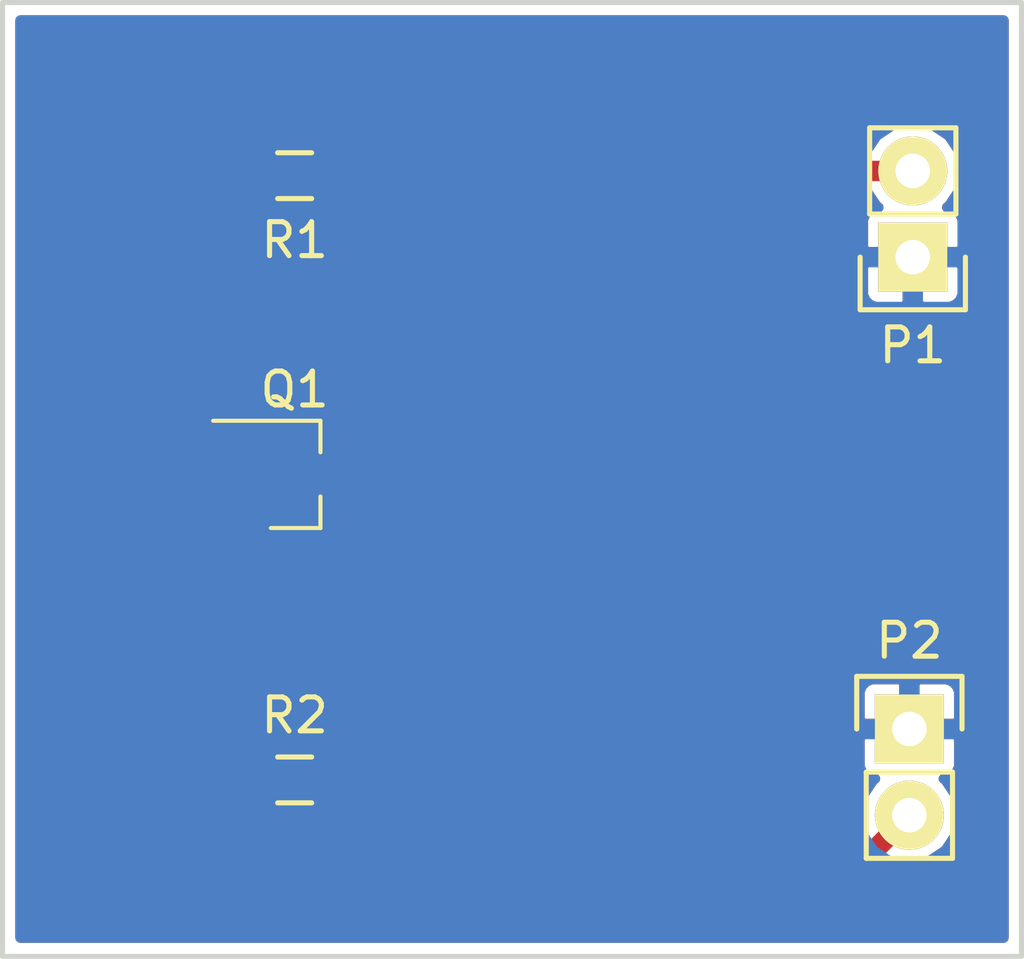
<source format=kicad_pcb>
(kicad_pcb (version 4) (host pcbnew 4.0.4-1.fc24-product)

  (general
    (links 7)
    (no_connects 2)
    (area 176.324999 68.124999 206.475001 96.375001)
    (thickness 1.6)
    (drawings 8)
    (tracks 11)
    (zones 0)
    (modules 5)
    (nets 5)
  )

  (page A4)
  (layers
    (0 F.Cu signal)
    (31 B.Cu signal)
    (32 B.Adhes user)
    (33 F.Adhes user)
    (34 B.Paste user)
    (35 F.Paste user)
    (36 B.SilkS user)
    (37 F.SilkS user)
    (38 B.Mask user)
    (39 F.Mask user)
    (40 Dwgs.User user)
    (41 Cmts.User user)
    (42 Eco1.User user)
    (43 Eco2.User user)
    (44 Edge.Cuts user)
    (45 Margin user)
    (46 B.CrtYd user)
    (47 F.CrtYd user)
    (48 B.Fab user)
    (49 F.Fab user)
  )

  (setup
    (last_trace_width 0.6)
    (trace_clearance 0.3)
    (zone_clearance 0.3)
    (zone_45_only no)
    (trace_min 0.2)
    (segment_width 0.2)
    (edge_width 0.15)
    (via_size 0.6)
    (via_drill 0.4)
    (via_min_size 0.4)
    (via_min_drill 0.3)
    (uvia_size 0.3)
    (uvia_drill 0.1)
    (uvias_allowed no)
    (uvia_min_size 0.2)
    (uvia_min_drill 0.1)
    (pcb_text_width 0.3)
    (pcb_text_size 1.5 1.5)
    (mod_edge_width 0.15)
    (mod_text_size 1 1)
    (mod_text_width 0.15)
    (pad_size 1.524 1.524)
    (pad_drill 0.762)
    (pad_to_mask_clearance 0.2)
    (aux_axis_origin 0 0)
    (visible_elements FFFFFF7F)
    (pcbplotparams
      (layerselection 0x00030_80000001)
      (usegerberextensions false)
      (excludeedgelayer true)
      (linewidth 0.100000)
      (plotframeref false)
      (viasonmask false)
      (mode 1)
      (useauxorigin false)
      (hpglpennumber 1)
      (hpglpenspeed 20)
      (hpglpendiameter 15)
      (hpglpenoverlay 2)
      (psnegative false)
      (psa4output false)
      (plotreference true)
      (plotvalue true)
      (plotinvisibletext false)
      (padsonsilk false)
      (subtractmaskfromsilk false)
      (outputformat 1)
      (mirror false)
      (drillshape 1)
      (scaleselection 1)
      (outputdirectory ""))
  )

  (net 0 "")
  (net 1 Earth)
  (net 2 VCC)
  (net 3 /Vo)
  (net 4 "Net-(Q1-Pad1)")

  (net_class Default "This is the default net class."
    (clearance 0.3)
    (trace_width 0.6)
    (via_dia 0.6)
    (via_drill 0.4)
    (uvia_dia 0.3)
    (uvia_drill 0.1)
    (add_net /Vo)
    (add_net Earth)
    (add_net "Net-(Q1-Pad1)")
    (add_net VCC)
  )

  (module Pin_Headers:Pin_Header_Straight_1x02 (layer F.Cu) (tedit 5A95F349) (tstamp 5A95F32C)
    (at 203.2 75.7 180)
    (descr "Through hole pin header")
    (tags "pin header")
    (path /5A95F323)
    (fp_text reference P1 (at 0 -2.6 180) (layer F.SilkS)
      (effects (font (size 1 1) (thickness 0.15)))
    )
    (fp_text value CONN_01X02 (at 0 -3.1 180) (layer F.Fab) hide
      (effects (font (size 1 1) (thickness 0.15)))
    )
    (fp_line (start 1.27 1.27) (end 1.27 3.81) (layer F.SilkS) (width 0.15))
    (fp_line (start 1.55 -1.55) (end 1.55 0) (layer F.SilkS) (width 0.15))
    (fp_line (start -1.75 -1.75) (end -1.75 4.3) (layer F.CrtYd) (width 0.05))
    (fp_line (start 1.75 -1.75) (end 1.75 4.3) (layer F.CrtYd) (width 0.05))
    (fp_line (start -1.75 -1.75) (end 1.75 -1.75) (layer F.CrtYd) (width 0.05))
    (fp_line (start -1.75 4.3) (end 1.75 4.3) (layer F.CrtYd) (width 0.05))
    (fp_line (start 1.27 1.27) (end -1.27 1.27) (layer F.SilkS) (width 0.15))
    (fp_line (start -1.55 0) (end -1.55 -1.55) (layer F.SilkS) (width 0.15))
    (fp_line (start -1.55 -1.55) (end 1.55 -1.55) (layer F.SilkS) (width 0.15))
    (fp_line (start -1.27 1.27) (end -1.27 3.81) (layer F.SilkS) (width 0.15))
    (fp_line (start -1.27 3.81) (end 1.27 3.81) (layer F.SilkS) (width 0.15))
    (pad 1 thru_hole rect (at 0 0 180) (size 2.032 2.032) (drill 1.016) (layers *.Cu *.Mask F.SilkS)
      (net 1 Earth))
    (pad 2 thru_hole oval (at 0 2.54 180) (size 2.032 2.032) (drill 1.016) (layers *.Cu *.Mask F.SilkS)
      (net 2 VCC))
    (model Pin_Headers.3dshapes/Pin_Header_Straight_1x02.wrl
      (at (xyz 0 -0.05 0))
      (scale (xyz 1 1 1))
      (rotate (xyz 0 0 90))
    )
  )

  (module Pin_Headers:Pin_Header_Straight_1x02 (layer F.Cu) (tedit 5A95F344) (tstamp 5A95F332)
    (at 203.1 89.6)
    (descr "Through hole pin header")
    (tags "pin header")
    (path /5A95F3EF)
    (fp_text reference P2 (at 0 -2.6) (layer F.SilkS)
      (effects (font (size 1 1) (thickness 0.15)))
    )
    (fp_text value CONN_01X02 (at 0 -3.1) (layer F.Fab) hide
      (effects (font (size 1 1) (thickness 0.15)))
    )
    (fp_line (start 1.27 1.27) (end 1.27 3.81) (layer F.SilkS) (width 0.15))
    (fp_line (start 1.55 -1.55) (end 1.55 0) (layer F.SilkS) (width 0.15))
    (fp_line (start -1.75 -1.75) (end -1.75 4.3) (layer F.CrtYd) (width 0.05))
    (fp_line (start 1.75 -1.75) (end 1.75 4.3) (layer F.CrtYd) (width 0.05))
    (fp_line (start -1.75 -1.75) (end 1.75 -1.75) (layer F.CrtYd) (width 0.05))
    (fp_line (start -1.75 4.3) (end 1.75 4.3) (layer F.CrtYd) (width 0.05))
    (fp_line (start 1.27 1.27) (end -1.27 1.27) (layer F.SilkS) (width 0.15))
    (fp_line (start -1.55 0) (end -1.55 -1.55) (layer F.SilkS) (width 0.15))
    (fp_line (start -1.55 -1.55) (end 1.55 -1.55) (layer F.SilkS) (width 0.15))
    (fp_line (start -1.27 1.27) (end -1.27 3.81) (layer F.SilkS) (width 0.15))
    (fp_line (start -1.27 3.81) (end 1.27 3.81) (layer F.SilkS) (width 0.15))
    (pad 1 thru_hole rect (at 0 0) (size 2.032 2.032) (drill 1.016) (layers *.Cu *.Mask F.SilkS)
      (net 1 Earth))
    (pad 2 thru_hole oval (at 0 2.54) (size 2.032 2.032) (drill 1.016) (layers *.Cu *.Mask F.SilkS)
      (net 3 /Vo))
    (model Pin_Headers.3dshapes/Pin_Header_Straight_1x02.wrl
      (at (xyz 0 -0.05 0))
      (scale (xyz 1 1 1))
      (rotate (xyz 0 0 90))
    )
  )

  (module TO_SOT_Packages_SMD:SOT-23_Handsoldering (layer F.Cu) (tedit 5A95F33A) (tstamp 5A95F339)
    (at 185 82.1)
    (descr "SOT-23, Handsoldering")
    (tags SOT-23)
    (path /5A95F1B1)
    (attr smd)
    (fp_text reference Q1 (at 0 -2.5) (layer F.SilkS)
      (effects (font (size 1 1) (thickness 0.15)))
    )
    (fp_text value Q_NJFET_DSG (at 0 2.5) (layer F.Fab) hide
      (effects (font (size 1 1) (thickness 0.15)))
    )
    (fp_text user %R (at 0 0 90) (layer F.Fab)
      (effects (font (size 0.5 0.5) (thickness 0.075)))
    )
    (fp_line (start 0.76 1.58) (end 0.76 0.65) (layer F.SilkS) (width 0.12))
    (fp_line (start 0.76 -1.58) (end 0.76 -0.65) (layer F.SilkS) (width 0.12))
    (fp_line (start -2.7 -1.75) (end 2.7 -1.75) (layer F.CrtYd) (width 0.05))
    (fp_line (start 2.7 -1.75) (end 2.7 1.75) (layer F.CrtYd) (width 0.05))
    (fp_line (start 2.7 1.75) (end -2.7 1.75) (layer F.CrtYd) (width 0.05))
    (fp_line (start -2.7 1.75) (end -2.7 -1.75) (layer F.CrtYd) (width 0.05))
    (fp_line (start 0.76 -1.58) (end -2.4 -1.58) (layer F.SilkS) (width 0.12))
    (fp_line (start -0.7 -0.95) (end -0.7 1.5) (layer F.Fab) (width 0.1))
    (fp_line (start -0.15 -1.52) (end 0.7 -1.52) (layer F.Fab) (width 0.1))
    (fp_line (start -0.7 -0.95) (end -0.15 -1.52) (layer F.Fab) (width 0.1))
    (fp_line (start 0.7 -1.52) (end 0.7 1.52) (layer F.Fab) (width 0.1))
    (fp_line (start -0.7 1.52) (end 0.7 1.52) (layer F.Fab) (width 0.1))
    (fp_line (start 0.76 1.58) (end -0.7 1.58) (layer F.SilkS) (width 0.12))
    (pad 1 smd rect (at -1.5 -0.95) (size 1.9 0.8) (layers F.Cu F.Paste F.Mask)
      (net 4 "Net-(Q1-Pad1)"))
    (pad 2 smd rect (at -1.5 0.95) (size 1.9 0.8) (layers F.Cu F.Paste F.Mask)
      (net 3 /Vo))
    (pad 3 smd rect (at 1.5 0) (size 1.9 0.8) (layers F.Cu F.Paste F.Mask)
      (net 1 Earth))
    (model ${KISYS3DMOD}/TO_SOT_Packages_SMD.3dshapes\SOT-23.wrl
      (at (xyz 0 0 0))
      (scale (xyz 1 1 1))
      (rotate (xyz 0 0 0))
    )
  )

  (module Resistors_SMD:R_0603_HandSoldering (layer F.Cu) (tedit 5418A00F) (tstamp 5A95F33F)
    (at 185 73.3 180)
    (descr "Resistor SMD 0603, hand soldering")
    (tags "resistor 0603")
    (path /5A95F261)
    (attr smd)
    (fp_text reference R1 (at 0 -1.9 180) (layer F.SilkS)
      (effects (font (size 1 1) (thickness 0.15)))
    )
    (fp_text value 100 (at 0 1.9 180) (layer F.Fab)
      (effects (font (size 1 1) (thickness 0.15)))
    )
    (fp_line (start -2 -0.8) (end 2 -0.8) (layer F.CrtYd) (width 0.05))
    (fp_line (start -2 0.8) (end 2 0.8) (layer F.CrtYd) (width 0.05))
    (fp_line (start -2 -0.8) (end -2 0.8) (layer F.CrtYd) (width 0.05))
    (fp_line (start 2 -0.8) (end 2 0.8) (layer F.CrtYd) (width 0.05))
    (fp_line (start 0.5 0.675) (end -0.5 0.675) (layer F.SilkS) (width 0.15))
    (fp_line (start -0.5 -0.675) (end 0.5 -0.675) (layer F.SilkS) (width 0.15))
    (pad 1 smd rect (at -1.1 0 180) (size 1.2 0.9) (layers F.Cu F.Paste F.Mask)
      (net 2 VCC))
    (pad 2 smd rect (at 1.1 0 180) (size 1.2 0.9) (layers F.Cu F.Paste F.Mask)
      (net 4 "Net-(Q1-Pad1)"))
    (model Resistors_SMD.3dshapes/R_0603_HandSoldering.wrl
      (at (xyz 0 0 0))
      (scale (xyz 1 1 1))
      (rotate (xyz 0 0 0))
    )
  )

  (module Resistors_SMD:R_0603_HandSoldering (layer F.Cu) (tedit 5418A00F) (tstamp 5A95F345)
    (at 185 91.1)
    (descr "Resistor SMD 0603, hand soldering")
    (tags "resistor 0603")
    (path /5A95F223)
    (attr smd)
    (fp_text reference R2 (at 0 -1.9) (layer F.SilkS)
      (effects (font (size 1 1) (thickness 0.15)))
    )
    (fp_text value 1MEG (at 0 1.9) (layer F.Fab)
      (effects (font (size 1 1) (thickness 0.15)))
    )
    (fp_line (start -2 -0.8) (end 2 -0.8) (layer F.CrtYd) (width 0.05))
    (fp_line (start -2 0.8) (end 2 0.8) (layer F.CrtYd) (width 0.05))
    (fp_line (start -2 -0.8) (end -2 0.8) (layer F.CrtYd) (width 0.05))
    (fp_line (start 2 -0.8) (end 2 0.8) (layer F.CrtYd) (width 0.05))
    (fp_line (start 0.5 0.675) (end -0.5 0.675) (layer F.SilkS) (width 0.15))
    (fp_line (start -0.5 -0.675) (end 0.5 -0.675) (layer F.SilkS) (width 0.15))
    (pad 1 smd rect (at -1.1 0) (size 1.2 0.9) (layers F.Cu F.Paste F.Mask)
      (net 3 /Vo))
    (pad 2 smd rect (at 1.1 0) (size 1.2 0.9) (layers F.Cu F.Paste F.Mask)
      (net 1 Earth))
    (model Resistors_SMD.3dshapes/R_0603_HandSoldering.wrl
      (at (xyz 0 0 0))
      (scale (xyz 1 1 1))
      (rotate (xyz 0 0 0))
    )
  )

  (gr_line (start 206.1 95.9) (end 206.1 68.5) (angle 90) (layer Margin) (width 0.2))
  (gr_line (start 176.7 95.9) (end 206.1 95.9) (angle 90) (layer Margin) (width 0.2))
  (gr_line (start 176.7 68.5) (end 176.7 95.9) (angle 90) (layer Margin) (width 0.2))
  (gr_line (start 206.1 68.5) (end 176.7 68.5) (angle 90) (layer Margin) (width 0.2))
  (gr_line (start 206.4 96.3) (end 206.4 68.2) (angle 90) (layer Edge.Cuts) (width 0.15))
  (gr_line (start 176.4 96.3) (end 206.4 96.3) (angle 90) (layer Edge.Cuts) (width 0.15))
  (gr_line (start 176.4 68.2) (end 176.4 96.3) (angle 90) (layer Edge.Cuts) (width 0.15))
  (gr_line (start 206.4 68.2) (end 176.4 68.2) (angle 90) (layer Edge.Cuts) (width 0.15))

  (segment (start 203.2 73.16) (end 186.24 73.16) (width 0.6) (layer F.Cu) (net 2))
  (segment (start 186.24 73.16) (end 186.1 73.3) (width 0.6) (layer F.Cu) (net 2))
  (segment (start 203.16 73.2) (end 203.2 73.16) (width 0.6) (layer F.Cu) (net 2))
  (segment (start 185 93.9) (end 183.9 92.8) (width 0.6) (layer F.Cu) (net 3))
  (segment (start 183.9 92.8) (end 183.9 91.1) (width 0.6) (layer F.Cu) (net 3))
  (segment (start 201.34 93.9) (end 185 93.9) (width 0.6) (layer F.Cu) (net 3))
  (segment (start 203.1 92.14) (end 201.34 93.9) (width 0.6) (layer F.Cu) (net 3))
  (segment (start 183.9 91.1) (end 183.9 83.45) (width 0.6) (layer F.Cu) (net 3))
  (segment (start 183.9 83.45) (end 183.5 83.05) (width 0.6) (layer F.Cu) (net 3))
  (segment (start 183.9 73.3) (end 183.9 80.75) (width 0.6) (layer F.Cu) (net 4))
  (segment (start 183.9 80.75) (end 183.5 81.15) (width 0.6) (layer F.Cu) (net 4))

  (zone (net 1) (net_name Earth) (layer F.Cu) (tstamp 5A95F3BA) (hatch edge 0.508)
    (connect_pads (clearance 0.3))
    (min_thickness 0.3)
    (fill yes (arc_segments 16) (thermal_gap 0.3) (thermal_bridge_width 0.6))
    (polygon
      (pts
        (xy 206.1 68.5) (xy 176.7 68.5) (xy 176.7 95.9) (xy 206.1 95.9)
      )
    )
    (filled_polygon
      (pts
        (xy 205.875 95.75) (xy 176.925 95.75) (xy 176.925 82.65) (xy 182.091184 82.65) (xy 182.091184 83.45)
        (xy 182.122562 83.61676) (xy 182.221117 83.769919) (xy 182.371495 83.872668) (xy 182.55 83.908816) (xy 183.15 83.908816)
        (xy 183.15 90.219408) (xy 183.13324 90.222562) (xy 182.980081 90.321117) (xy 182.877332 90.471495) (xy 182.841184 90.65)
        (xy 182.841184 91.55) (xy 182.872562 91.71676) (xy 182.971117 91.869919) (xy 183.121495 91.972668) (xy 183.15 91.97844)
        (xy 183.15 92.8) (xy 183.20709 93.087013) (xy 183.36967 93.33033) (xy 184.46967 94.43033) (xy 184.712987 94.59291)
        (xy 185 94.65) (xy 201.34 94.65) (xy 201.627013 94.59291) (xy 201.87033 94.43033) (xy 202.757145 93.543515)
        (xy 203.071279 93.606) (xy 203.128721 93.606) (xy 203.689735 93.494407) (xy 204.16534 93.176619) (xy 204.483128 92.701014)
        (xy 204.594721 92.14) (xy 204.483128 91.578986) (xy 204.16534 91.103381) (xy 204.109395 91.066) (xy 204.205511 91.066)
        (xy 204.370905 90.997491) (xy 204.497492 90.870904) (xy 204.566 90.70551) (xy 204.566 89.8625) (xy 204.4535 89.75)
        (xy 203.25 89.75) (xy 203.25 89.77) (xy 202.95 89.77) (xy 202.95 89.75) (xy 201.7465 89.75)
        (xy 201.634 89.8625) (xy 201.634 90.70551) (xy 201.702508 90.870904) (xy 201.829095 90.997491) (xy 201.994489 91.066)
        (xy 202.090605 91.066) (xy 202.03466 91.103381) (xy 201.716872 91.578986) (xy 201.605279 92.14) (xy 201.677295 92.502045)
        (xy 201.02934 93.15) (xy 185.31066 93.15) (xy 184.65 92.48934) (xy 184.65 91.980592) (xy 184.66676 91.977438)
        (xy 184.819919 91.878883) (xy 184.922668 91.728505) (xy 184.958816 91.55) (xy 184.958816 91.3625) (xy 185.05 91.3625)
        (xy 185.05 91.63951) (xy 185.118508 91.804904) (xy 185.245095 91.931491) (xy 185.410489 92) (xy 185.8375 92)
        (xy 185.95 91.8875) (xy 185.95 91.25) (xy 186.25 91.25) (xy 186.25 91.8875) (xy 186.3625 92)
        (xy 186.789511 92) (xy 186.954905 91.931491) (xy 187.081492 91.804904) (xy 187.15 91.63951) (xy 187.15 91.3625)
        (xy 187.0375 91.25) (xy 186.25 91.25) (xy 185.95 91.25) (xy 185.1625 91.25) (xy 185.05 91.3625)
        (xy 184.958816 91.3625) (xy 184.958816 90.65) (xy 184.941974 90.56049) (xy 185.05 90.56049) (xy 185.05 90.8375)
        (xy 185.1625 90.95) (xy 185.95 90.95) (xy 185.95 90.3125) (xy 186.25 90.3125) (xy 186.25 90.95)
        (xy 187.0375 90.95) (xy 187.15 90.8375) (xy 187.15 90.56049) (xy 187.081492 90.395096) (xy 186.954905 90.268509)
        (xy 186.789511 90.2) (xy 186.3625 90.2) (xy 186.25 90.3125) (xy 185.95 90.3125) (xy 185.8375 90.2)
        (xy 185.410489 90.2) (xy 185.245095 90.268509) (xy 185.118508 90.395096) (xy 185.05 90.56049) (xy 184.941974 90.56049)
        (xy 184.927438 90.48324) (xy 184.828883 90.330081) (xy 184.678505 90.227332) (xy 184.65 90.22156) (xy 184.65 88.49449)
        (xy 201.634 88.49449) (xy 201.634 89.3375) (xy 201.7465 89.45) (xy 202.95 89.45) (xy 202.95 88.2465)
        (xy 203.25 88.2465) (xy 203.25 89.45) (xy 204.4535 89.45) (xy 204.566 89.3375) (xy 204.566 88.49449)
        (xy 204.497492 88.329096) (xy 204.370905 88.202509) (xy 204.205511 88.134) (xy 203.3625 88.134) (xy 203.25 88.2465)
        (xy 202.95 88.2465) (xy 202.8375 88.134) (xy 201.994489 88.134) (xy 201.829095 88.202509) (xy 201.702508 88.329096)
        (xy 201.634 88.49449) (xy 184.65 88.49449) (xy 184.65 83.856049) (xy 184.769919 83.778883) (xy 184.872668 83.628505)
        (xy 184.908816 83.45) (xy 184.908816 82.65) (xy 184.877438 82.48324) (xy 184.799745 82.3625) (xy 185.1 82.3625)
        (xy 185.1 82.58951) (xy 185.168508 82.754904) (xy 185.295095 82.881491) (xy 185.460489 82.95) (xy 186.2375 82.95)
        (xy 186.35 82.8375) (xy 186.35 82.25) (xy 186.65 82.25) (xy 186.65 82.8375) (xy 186.7625 82.95)
        (xy 187.539511 82.95) (xy 187.704905 82.881491) (xy 187.831492 82.754904) (xy 187.9 82.58951) (xy 187.9 82.3625)
        (xy 187.7875 82.25) (xy 186.65 82.25) (xy 186.35 82.25) (xy 185.2125 82.25) (xy 185.1 82.3625)
        (xy 184.799745 82.3625) (xy 184.778883 82.330081) (xy 184.628505 82.227332) (xy 184.45 82.191184) (xy 182.55 82.191184)
        (xy 182.38324 82.222562) (xy 182.230081 82.321117) (xy 182.127332 82.471495) (xy 182.091184 82.65) (xy 176.925 82.65)
        (xy 176.925 80.75) (xy 182.091184 80.75) (xy 182.091184 81.55) (xy 182.122562 81.71676) (xy 182.221117 81.869919)
        (xy 182.371495 81.972668) (xy 182.55 82.008816) (xy 184.45 82.008816) (xy 184.61676 81.977438) (xy 184.769919 81.878883)
        (xy 184.872668 81.728505) (xy 184.896566 81.61049) (xy 185.1 81.61049) (xy 185.1 81.8375) (xy 185.2125 81.95)
        (xy 186.35 81.95) (xy 186.35 81.3625) (xy 186.65 81.3625) (xy 186.65 81.95) (xy 187.7875 81.95)
        (xy 187.9 81.8375) (xy 187.9 81.61049) (xy 187.831492 81.445096) (xy 187.704905 81.318509) (xy 187.539511 81.25)
        (xy 186.7625 81.25) (xy 186.65 81.3625) (xy 186.35 81.3625) (xy 186.2375 81.25) (xy 185.460489 81.25)
        (xy 185.295095 81.318509) (xy 185.168508 81.445096) (xy 185.1 81.61049) (xy 184.896566 81.61049) (xy 184.908816 81.55)
        (xy 184.908816 80.75) (xy 184.877438 80.58324) (xy 184.778883 80.430081) (xy 184.65 80.342019) (xy 184.65 75.9625)
        (xy 201.734 75.9625) (xy 201.734 76.80551) (xy 201.802508 76.970904) (xy 201.929095 77.097491) (xy 202.094489 77.166)
        (xy 202.9375 77.166) (xy 203.05 77.0535) (xy 203.05 75.85) (xy 203.35 75.85) (xy 203.35 77.0535)
        (xy 203.4625 77.166) (xy 204.305511 77.166) (xy 204.470905 77.097491) (xy 204.597492 76.970904) (xy 204.666 76.80551)
        (xy 204.666 75.9625) (xy 204.5535 75.85) (xy 203.35 75.85) (xy 203.05 75.85) (xy 201.8465 75.85)
        (xy 201.734 75.9625) (xy 184.65 75.9625) (xy 184.65 74.180592) (xy 184.66676 74.177438) (xy 184.819919 74.078883)
        (xy 184.922668 73.928505) (xy 184.958816 73.75) (xy 184.958816 72.85) (xy 185.041184 72.85) (xy 185.041184 73.75)
        (xy 185.072562 73.91676) (xy 185.171117 74.069919) (xy 185.321495 74.172668) (xy 185.5 74.208816) (xy 186.7 74.208816)
        (xy 186.86676 74.177438) (xy 187.019919 74.078883) (xy 187.122668 73.928505) (xy 187.126415 73.91) (xy 201.943148 73.91)
        (xy 202.13466 74.196619) (xy 202.190605 74.234) (xy 202.094489 74.234) (xy 201.929095 74.302509) (xy 201.802508 74.429096)
        (xy 201.734 74.59449) (xy 201.734 75.4375) (xy 201.8465 75.55) (xy 203.05 75.55) (xy 203.05 75.53)
        (xy 203.35 75.53) (xy 203.35 75.55) (xy 204.5535 75.55) (xy 204.666 75.4375) (xy 204.666 74.59449)
        (xy 204.597492 74.429096) (xy 204.470905 74.302509) (xy 204.305511 74.234) (xy 204.209395 74.234) (xy 204.26534 74.196619)
        (xy 204.583128 73.721014) (xy 204.694721 73.16) (xy 204.583128 72.598986) (xy 204.26534 72.123381) (xy 203.789735 71.805593)
        (xy 203.228721 71.694) (xy 203.171279 71.694) (xy 202.610265 71.805593) (xy 202.13466 72.123381) (xy 201.943148 72.41)
        (xy 186.792917 72.41) (xy 186.7 72.391184) (xy 185.5 72.391184) (xy 185.33324 72.422562) (xy 185.180081 72.521117)
        (xy 185.077332 72.671495) (xy 185.041184 72.85) (xy 184.958816 72.85) (xy 184.927438 72.68324) (xy 184.828883 72.530081)
        (xy 184.678505 72.427332) (xy 184.5 72.391184) (xy 183.3 72.391184) (xy 183.13324 72.422562) (xy 182.980081 72.521117)
        (xy 182.877332 72.671495) (xy 182.841184 72.85) (xy 182.841184 73.75) (xy 182.872562 73.91676) (xy 182.971117 74.069919)
        (xy 183.121495 74.172668) (xy 183.15 74.17844) (xy 183.15 80.291184) (xy 182.55 80.291184) (xy 182.38324 80.322562)
        (xy 182.230081 80.421117) (xy 182.127332 80.571495) (xy 182.091184 80.75) (xy 176.925 80.75) (xy 176.925 68.725)
        (xy 205.875 68.725)
      )
    )
  )
  (zone (net 1) (net_name Earth) (layer B.Cu) (tstamp 5A95F3BA) (hatch edge 0.508)
    (connect_pads (clearance 0.3))
    (min_thickness 0.3)
    (fill yes (arc_segments 16) (thermal_gap 0.3) (thermal_bridge_width 0.6))
    (polygon
      (pts
        (xy 206.1 68.5) (xy 176.7 68.5) (xy 176.7 95.9) (xy 206.1 95.9)
      )
    )
    (filled_polygon
      (pts
        (xy 205.875 95.75) (xy 176.925 95.75) (xy 176.925 92.14) (xy 201.605279 92.14) (xy 201.716872 92.701014)
        (xy 202.03466 93.176619) (xy 202.510265 93.494407) (xy 203.071279 93.606) (xy 203.128721 93.606) (xy 203.689735 93.494407)
        (xy 204.16534 93.176619) (xy 204.483128 92.701014) (xy 204.594721 92.14) (xy 204.483128 91.578986) (xy 204.16534 91.103381)
        (xy 204.109395 91.066) (xy 204.205511 91.066) (xy 204.370905 90.997491) (xy 204.497492 90.870904) (xy 204.566 90.70551)
        (xy 204.566 89.8625) (xy 204.4535 89.75) (xy 203.25 89.75) (xy 203.25 89.77) (xy 202.95 89.77)
        (xy 202.95 89.75) (xy 201.7465 89.75) (xy 201.634 89.8625) (xy 201.634 90.70551) (xy 201.702508 90.870904)
        (xy 201.829095 90.997491) (xy 201.994489 91.066) (xy 202.090605 91.066) (xy 202.03466 91.103381) (xy 201.716872 91.578986)
        (xy 201.605279 92.14) (xy 176.925 92.14) (xy 176.925 88.49449) (xy 201.634 88.49449) (xy 201.634 89.3375)
        (xy 201.7465 89.45) (xy 202.95 89.45) (xy 202.95 88.2465) (xy 203.25 88.2465) (xy 203.25 89.45)
        (xy 204.4535 89.45) (xy 204.566 89.3375) (xy 204.566 88.49449) (xy 204.497492 88.329096) (xy 204.370905 88.202509)
        (xy 204.205511 88.134) (xy 203.3625 88.134) (xy 203.25 88.2465) (xy 202.95 88.2465) (xy 202.8375 88.134)
        (xy 201.994489 88.134) (xy 201.829095 88.202509) (xy 201.702508 88.329096) (xy 201.634 88.49449) (xy 176.925 88.49449)
        (xy 176.925 75.9625) (xy 201.734 75.9625) (xy 201.734 76.80551) (xy 201.802508 76.970904) (xy 201.929095 77.097491)
        (xy 202.094489 77.166) (xy 202.9375 77.166) (xy 203.05 77.0535) (xy 203.05 75.85) (xy 203.35 75.85)
        (xy 203.35 77.0535) (xy 203.4625 77.166) (xy 204.305511 77.166) (xy 204.470905 77.097491) (xy 204.597492 76.970904)
        (xy 204.666 76.80551) (xy 204.666 75.9625) (xy 204.5535 75.85) (xy 203.35 75.85) (xy 203.05 75.85)
        (xy 201.8465 75.85) (xy 201.734 75.9625) (xy 176.925 75.9625) (xy 176.925 73.16) (xy 201.705279 73.16)
        (xy 201.816872 73.721014) (xy 202.13466 74.196619) (xy 202.190605 74.234) (xy 202.094489 74.234) (xy 201.929095 74.302509)
        (xy 201.802508 74.429096) (xy 201.734 74.59449) (xy 201.734 75.4375) (xy 201.8465 75.55) (xy 203.05 75.55)
        (xy 203.05 75.53) (xy 203.35 75.53) (xy 203.35 75.55) (xy 204.5535 75.55) (xy 204.666 75.4375)
        (xy 204.666 74.59449) (xy 204.597492 74.429096) (xy 204.470905 74.302509) (xy 204.305511 74.234) (xy 204.209395 74.234)
        (xy 204.26534 74.196619) (xy 204.583128 73.721014) (xy 204.694721 73.16) (xy 204.583128 72.598986) (xy 204.26534 72.123381)
        (xy 203.789735 71.805593) (xy 203.228721 71.694) (xy 203.171279 71.694) (xy 202.610265 71.805593) (xy 202.13466 72.123381)
        (xy 201.816872 72.598986) (xy 201.705279 73.16) (xy 176.925 73.16) (xy 176.925 68.725) (xy 205.875 68.725)
      )
    )
  )
)

</source>
